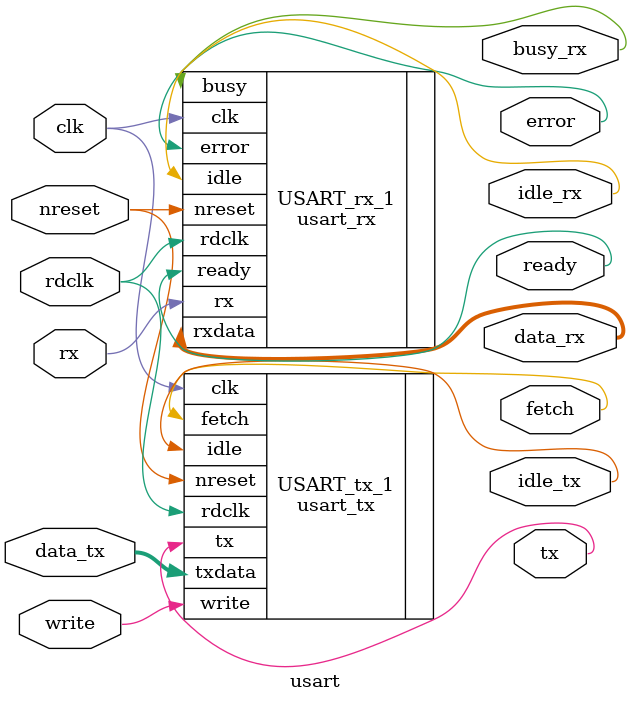
<source format=v>
module usart(

    //usart_rx_myself:
	data_rx,
	ready,
	error,
	busy_rx,
	idle_rx,
    rx,
    
    //usart_tx_myself:
	data_tx,
	write,
    idle_tx,
	fetch,
    tx,

    //all:
    nreset,
    clk,
    rdclk,
    
);

	output wire [7:0]data_rx;
	output wire ready;
	output wire error;
	output wire busy_rx;
	output wire idle_rx;
    input wire rx;
    
	input wire [7:0]data_tx;
	input wire write;
	output wire idle_tx;
	output wire fetch;
    output wire tx;
    
    input wire nreset;
    input wire clk;
    input wire rdclk;
    
    
    usart_rx USART_rx_1
    (
    .nreset(nreset),	
	.clk(clk), 		
	.rx(rx),			
	.rdclk(rdclk),	
	.rxdata(data_rx),		
	.ready(ready),	
	.error(error),	
	.busy(busy_rx),
	.idle(idle_rx)
    );
    
    usart_tx USART_tx_1(
	.nreset(nreset),		
	.clk(clk),		
	.rdclk(rdclk),		
	.txdata(data_tx),		
	.write(write),		
	.idle(idle_tx),		
	.fetch(fetch),		
	.tx(tx)
);
    
endmodule
</source>
